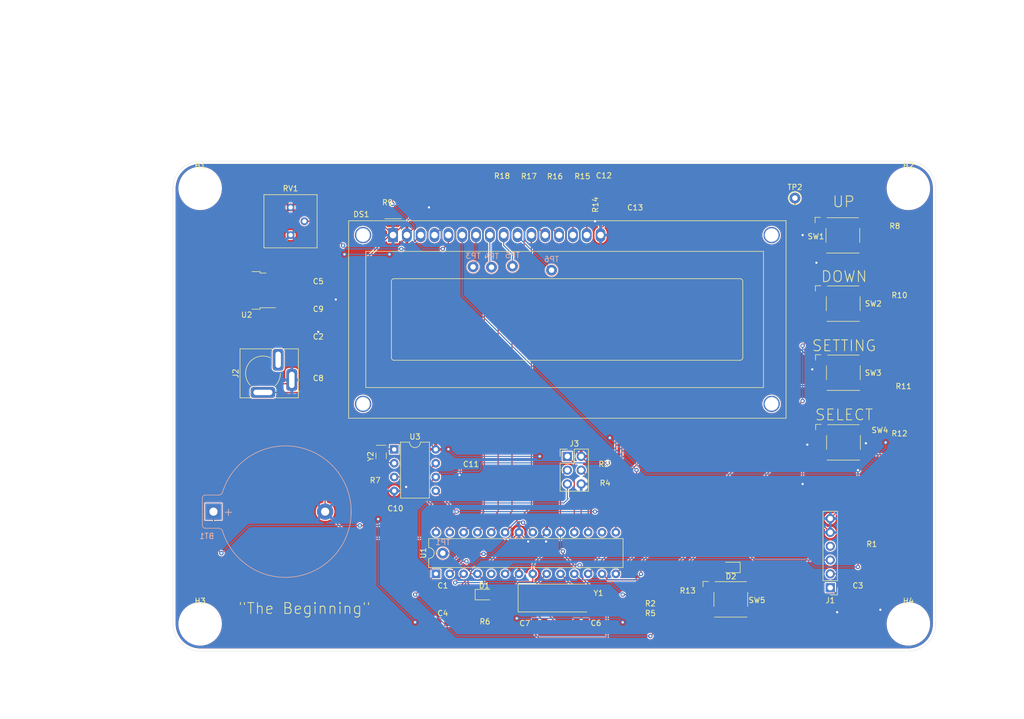
<source format=kicad_pcb>
(kicad_pcb (version 20211014) (generator pcbnew)
  (layers (0 "F.Cu" signal) (31 "B.Cu" signal) (34 "B.Paste" user) (35 "F.Paste" user) (36 "B.SilkS" user "B.Silkscreen") (37 "F.SilkS" user "F.Silkscreen") (38 "B.Mask" user) (39 "F.Mask" user) (44 "Edge.Cuts" user))
  (net 0 "")
  (net 1 "Net-(C1-Pad1)")
  (net 2 "GND")
  (net 3 "Net-(C2-Pad1)")
  (net 4 "Net-(C3-Pad1)")
  (net 5 "Net-(DS1-Pad3)")
  (net 6 "VCC")
  (net 7 "Net-(C6-Pad1)")
  (net 8 "Net-(C7-Pad1)")
  (net 9 "Net-(D1-Pad2)")
  (net 10 "Net-(DS1-Pad5)")
  (net 12 "Net-(J1-Pad3)")
  (net 13 "Net-(J1-Pad2)")
  (net 15 "MISO")
  (net 16 "Net-(DS1-Pad7)")
  (net 17 "MOSI")
  (net 18 "RESET")
  (net 19 "RXD")
  (net 20 "TXD")
  (net 21 "I2C_SCL")
  (net 22 "BTN_UP")
  (net 23 "BTN_DOWN")
  (net 24 "BTN_SETNG")
  (net 25 "BTN_SELECT")
  (net 26 "DATA_SEL")
  (net 28 "R{slash}W_SIGNAL")
  (net 29 "Net-(DS1-Pad8)")
  (net 30 "Net-(U3-Pad1)")
  (net 31 "Net-(U3-Pad2)")
  (net 32 "DATA_1")
  (net 33 "DATA_2")
  (net 34 "DATA_3")
  (net 35 "DATA_4")
  (net 36 "Net-(DS1-Pad9)")
  (net 37 "SPI_SCLK")
  (net 38 "DEBUG LED")
  (net 39 "Net-(DS1-Pad10)")
  (net 41 "Net-(DS1-Pad15)")
  (net 42 "I2C_SDA")
  (net 43 "Net-(U3-Pad3)")
  (net 44 "Net-(D2-Pad2)")
  (net 45 "Net-(U3-Pad7)")
  (footprint "footprints:MountingHole_3.2mm_M3" (layer "F.Cu") (at 215 140)
    (fp_text reference "H4")
    (fp_text value "MountingHole")
  )
  (footprint "footprints:Potentiometer_Bourns_3386P_Vertical" (layer "F.Cu") (at 101.6 68.58)
    (fp_text reference "RV1")
    (fp_text value "R_POT_10K")
  )
  (footprint "footprints:R_0805_2012Metric" (layer "F.Cu") (at 174.494173 135.548454)
    (fp_text reference "R13")
    (fp_text value "R_0805_2.2K")
  )
  (footprint "footprints:C_0805_2012Metric" (layer "F.Cu") (at 106.68 83.82)
    (fp_text reference "C9")
    (fp_text value "C_0805_10uf")
  )
  (footprint "footprints:R_0805_2012Metric" (layer "F.Cu") (at 155.157785 59.4355)
    (fp_text reference "R15")
    (fp_text value "R_0805_47")
  )
  (footprint "footprints:TestPoint_THTPad_D2.0mm_Drill1.0mm" (layer "F.Cu") (at 194.168008 61.780267)
    (fp_text reference "TP2")
    (fp_text value "TestPoint")
  )
  (footprint "footprints:C_0805_2012Metric" (layer "F.Cu") (at 129.54 134.62)
    (fp_text reference "C1")
    (fp_text value "C_0805_0.1uf")
  )
  (footprint "footprints:R_0805_2012Metric" (layer "F.Cu") (at 140.40567 59.378188)
    (fp_text reference "R18")
    (fp_text value "R_0805_47")
  )
  (footprint "footprints:SW_SPST_Omron_B3FS-100xP" (layer "F.Cu") (at 203.083587 106.658475)
    (fp_text reference "SW4")
    (fp_text value "Omron_B3F_SPST")
  )
  (footprint "footprints:TC1602A-01T" (layer "F.Cu") (at 120.4 68.58)
    (fp_text reference "DS1")
    (fp_text value "TC1602A-01T")
  )
  (footprint "footprints:C_0805_2012Metric" (layer "F.Cu") (at 205.74 134.62)
    (fp_text reference "C3")
    (fp_text value "C_0805_0.1uf")
  )
  (footprint "footprints:PinHeader_1x06_P2.54mm_Vertical" (layer "F.Cu") (at 200.66 133.35 180)
    (fp_text reference "J1")
    (fp_text value "Conn_01x06")
  )
  (footprint "footprints:PinHeader_2x03_P2.54mm_Vertical" (layer "F.Cu") (at 152.4 109.22)
    (fp_text reference "J3")
    (fp_text value "Conn_02x03_Odd_Even")
  )
  (footprint "footprints:R_0805_2012Metric" (layer "F.Cu") (at 137.259216 137.720503)
    (fp_text reference "R6")
    (fp_text value "R_0805_2.2K")
  )
  (footprint "footprints:SW_SPST_Omron_B3FS-100xP" (layer "F.Cu") (at 203.032006 81.177549)
    (fp_text reference "SW2")
    (fp_text value "Omron_B3F_SPST")
  )
  (footprint "footprints:R_0805_2012Metric" (layer "F.Cu") (at 214.111753 94.714468 180)
    (fp_text reference "R11")
    (fp_text value "R_0805_10K")
  )
  (footprint "footprints:SW_SPST_Omron_B3FS-100xP" (layer "F.Cu") (at 203.057797 93.866431)
    (fp_text reference "SW3")
    (fp_text value "Omron_B3F_SPST")
  )
  (footprint "footprints:C_0805_2012Metric" (layer "F.Cu") (at 159.160319 59.387495 180)
    (fp_text reference "C12")
    (fp_text value "C_0805_0.1uf")
  )
  (footprint "footprints:MountingHole_3.2mm_M3" (layer "F.Cu") (at 215 60)
    (fp_text reference "H2")
    (fp_text value "MountingHole")
  )
  (footprint "footprints:Wurth-694106402002" (layer "F.Cu") (at 96.52 93.98 90)
    (fp_text reference "J2")
    (fp_text value "Power_inlet_vertical" hide)
  )
  (footprint "footprints:R_0805_2012Metric" (layer "F.Cu") (at 212.51 68.58)
    (fp_text reference "R8")
    (fp_text value "R_0805_10K")
  )
  (footprint "footprints:R_0805_2012Metric" (layer "F.Cu") (at 167.64 134.62 180)
    (fp_text reference "R2")
    (fp_text value "R_0805_47")
  )
  (footprint "footprints:MountingHole_3.2mm_M3" (layer "F.Cu") (at 85 140)
    (fp_text reference "H3")
    (fp_text value "MountingHole")
  )
  (footprint "footprints:LED_0805_2012Metric" (layer "F.Cu") (at 182.43762 129.633853 180)
    (fp_text reference "D2")
    (fp_text value "LED_0805")
  )
  (footprint "footprints:R_0805_2012Metric" (layer "F.Cu") (at 145.347748 59.4355)
    (fp_text reference "R17")
    (fp_text value "R_0805_47")
  )
  (footprint "footprints:DIP-8_W7.62mm" (layer "F.Cu") (at 120.622694 107.943719)
    (fp_text reference "U3")
    (fp_text value "DS1307_DIP-8")
  )
  (footprint "footprints:R_0805_2012Metric" (layer "F.Cu") (at 155.902842 63.000308 -90)
    (fp_text reference "R14")
    (fp_text value "R_0805_47")
  )
  (footprint "footprints:C_0805_2012Metric" (layer "F.Cu") (at 154.94 139.7)
    (fp_text reference "C6")
    (fp_text value "C_0805_22pf")
  )
  (footprint "footprints:C_0805_2012Metric" (layer "F.Cu") (at 129.54 139.7)
    (fp_text reference "C4")
    (fp_text value "C_0805_0.1uf")
  )
  (footprint "footprints:MountingHole_3.2mm_M3" (layer "F.Cu") (at 85 60)
    (fp_text reference "H1")
    (fp_text value "MountingHole")
  )
  (footprint "footprints:LED_0805_2012Metric" (layer "F.Cu") (at 137.16 134.62)
    (fp_text reference "D1")
    (fp_text value "LED_0805")
  )
  (footprint "footprints:C_0805_2012Metric" (layer "F.Cu") (at 147.32 139.7)
    (fp_text reference "C7")
    (fp_text value "C_0805_22pf")
  )
  (footprint "footprints:C_0805_2012Metric" (layer "F.Cu") (at 106.68 96.52)
    (fp_text reference "C8")
    (fp_text value "C_0805_10uf")
  )
  (footprint "footprints:C_0805_2012Metric" (layer "F.Cu") (at 161.481456 63.504653)
    (fp_text reference "C13")
    (fp_text value "C_0805_10uf")
  )
  (footprint "footprints:DIP-28_W7.62mm" (layer "F.Cu") (at 128.28 130.8 90)
    (fp_text reference "U1")
    (fp_text value "ATmega328-PU")
  )
  (footprint "footprints:SW_SPST_Omron_B3FS-100xP" (layer "F.Cu") (at 182.403232 135.496873)
    (fp_text reference "SW5")
    (fp_text value "Omron_B3F_SPST")
  )
  (footprint "footprints:TO-252-2" (layer "F.Cu") (at 93.54 78.74 180)
    (fp_text reference "U2")
    (fp_text value "L7805")
  )
  (footprint "footprints:C_0805_2012Metric" (layer "F.Cu") (at 117.668858 118.695139)
    (fp_text reference "C10")
    (fp_text value "C_0805_0.1uf")
  )
  (footprint "footprints:C_0805_2012Metric" (layer "F.Cu") (at 106.68 88.9)
    (fp_text reference "C2")
    (fp_text value "C_0805_1uf")
  )
  (footprint "footprints:C_0805_2012Metric" (layer "F.Cu") (at 131.484703 110.559417)
    (fp_text reference "C11")
    (fp_text value "C_0805_1uf")
  )
  (footprint "footprints:R_0805_2012Metric" (layer "F.Cu") (at 208.28 127)
    (fp_text reference "R1")
    (fp_text value "R_0805_47")
  )
  (footprint "footprints:R_0805_2012Metric" (layer "F.Cu") (at 167.64 139.7)
    (fp_text reference "R5")
    (fp_text value "R_0805_10K")
  )
  (footprint "footprints:R_0805_2012Metric" (layer "F.Cu") (at 159.108681 112.299374)
    (fp_text reference "R3")
    (fp_text value "R_0805_4.7K")
  )
  (footprint "footprints:SW_SPST_Omron_B3FS-100xP" (layer "F.Cu") (at 202.967886 68.63158)
    (fp_text reference "SW1")
    (fp_text value "Omron_B3F_SPST")
  )
  (footprint "footprints:R_0805_2012Metric" (layer "F.Cu") (at 213.36 81.28)
    (fp_text reference "R10")
    (fp_text value "R_0805_10K")
  )
  (footprint "footprints:R_0805_2012Metric" (layer "F.Cu") (at 119.38 60.96 180)
    (fp_text reference "R9")
    (fp_text value "R_0805_47")
  )
  (footprint "footprints:R_0805_2012Metric" (layer "F.Cu") (at 150.125789 59.469887)
    (fp_text reference "R16")
    (fp_text value "R_0805_47")
  )
  (footprint "footprints:Crystal_SMD_2Pin_3.2x1.5mm" (layer "F.Cu") (at 118.213063 109.145363 -90)
    (fp_text reference locked "Y2")
    (fp_text value "Crystal_32768Hz")
  )
  (footprint "footprints:Crystal_SMD_HC49-SD" (layer "F.Cu") (at 150.06011 135.247706)
    (fp_text reference "Y1")
    (fp_text value "Crystal_16MHz")
  )
  (footprint "footprints:R_0805_2012Metric" (layer "F.Cu") (at 117.544838 115.495419)
    (fp_text reference "R7")
    (fp_text value "R_0805_10K")
  )
  (footprint "footprints:R_0805_2012Metric" (layer "F.Cu") (at 159.339034 115.782962)
    (fp_text reference "R4")
    (fp_text value "R_0805_4.7K")
  )
  (footprint "footprints:C_0805_2012Metric" (layer "F.Cu") (at 106.68 78.74)
    (fp_text reference "C5")
    (fp_text value "C_0805_0.1uf")
  )
  (footprint "footprints:R_0805_2012Metric" (layer "F.Cu") (at 213.36 106.68)
    (fp_text reference "R12")
    (fp_text value "R_0805_10K")
  )
  (footprint "footprints:TestPoint_THTPad_D2.0mm_Drill1.0mm" (layer "B.Cu") (at 129.54 127 180)
    (fp_text reference "TP1")
    (fp_text value "TestPoint")
  )
  (footprint "footprints:TestPoint_THTPad_D2.0mm_Drill1.0mm" (layer "B.Cu") (at 135.096767 74.416518 180)
    (fp_text reference "TP3")
    (fp_text value "TestPoint")
  )
  (footprint "footprints:TestPoint_THTPad_D2.0mm_Drill1.0mm" (layer "B.Cu") (at 138.474599 74.485293 180)
    (fp_text reference "TP4")
    (fp_text value "TestPoint")
  )
  (footprint "footprints:TestPoint_THTPad_D2.0mm_Drill1.0mm" (layer "B.Cu") (at 149.499645 75.027247 180)
    (fp_text reference "TP6")
    (fp_text value "TestPoint")
  )
  (footprint "footprints:TestPoint_THTPad_D2.0mm_Drill1.0mm" (layer "B.Cu") (at 142.32489 74.278969 180)
    (fp_text reference "TP5")
    (fp_text value "TestPoint")
  )
  (footprint "footprints:BatteryHolder_Keystone_106_1x20mm" (layer "B.Cu") (at 87.446314 119.379984)
    (fp_text reference "BT1")
    (fp_text value "Battery_Cell")
  )
  (gr_line locked (start 220 60) (end 220 140) (layer "Edge.Cuts") (width 0.05))
  (gr_line locked (start 80 60) (end 80 140) (layer "Edge.Cuts") (width 0.05))
  (gr_arc locked (start 80 60) (mid 81.464466 56.464466) (end 85 55) (layer "Edge.Cuts") (width 0.05))
  (gr_arc locked (start 85 145) (mid 81.464466 143.535534) (end 80 140) (layer "Edge.Cuts") (width 0.05))
  (gr_arc locked (start 220 140) (mid 218.535534 143.535534) (end 215 145) (layer "Edge.Cuts") (width 0.05))
  (gr_line locked (start 215 55) (end 85 55) (layer "Edge.Cuts") (width 0.05))
  (gr_arc locked (start 215 55) (mid 218.535534 56.464466) (end 220 60) (layer "Edge.Cuts") (width 0.05))
  (gr_line locked (start 215 145) (end 85 145) (layer "Edge.Cuts") (width 0.05))
  (gr_text "SETTING" (at 203.2 88.9) (layer "F.SilkS") (effects (font (size 2 2))))
  (gr_text "UP" (at 203.114031 62.451189) (layer "F.SilkS") (effects (font (size 2 2))))
  (gr_text "{dblquote}The Beginning{dblquote}" (at 104.14 137.16) (layer "F.SilkS") (effects (font (size 2 2))))
  (gr_text "SELECT" (at 203.2 101.6) (layer "F.SilkS") (effects (font (size 2 2))))
  (gr_text "DOWN" (at 203.2 76.2) (layer "F.SilkS") (effects (font (size 2 2))))
  (segment (start 144.272257 121.392257) (end 146.06 123.18) (width 0.2032) (layer "F.Cu") (net 1))
  (segment (start 129.510689 130.392773) (end 132.760193 127.143269) (width 0.2032) (layer "F.Cu") (net 1))
  (segment (start 132.760193 127.143269) (end 137.016731 127.143269) (width 0.2032) (layer "F.Cu") (net 1))
  (segment (start 129.510689 133.799311) (end 129.510689 130.392773) (width 0.2032) (layer "F.Cu") (net 1))
  (segment (start 128.69 134.62) (end 129.510689 133.799311) (width 0.2032) (layer "F.Cu") (net 1))
  (via (at 144.272257 121.392257) (size 0.8128) (drill 0.4064) (layers "F.Cu" "B.Cu") (net 1))
  (via (at 137.016731 127.143269) (size 0.8128) (drill 0.4064) (layers "F.Cu" "B.Cu") (net 1))
  (segment (start 144.125465 121.245465) (end 142.914535 121.245465) (width 0.2032) (layer "B.Cu") (net 1))
  (segment (start 142.084311 123.637422) (end 142.084311 122.075689) (width 0.2032) (layer "B.Cu") (net 1))
  (segment (start 142.084311 122.075689) (end 142.914535 121.245465) (width 0.2032) (layer "B.Cu") (net 1))
  (segment (start 137.016731 127.143269) (end 138.578464 127.143269) (width 0.2032) (layer "B.Cu") (net 1))
  (segment (start 138.578464 127.143269) (end 142.084311 123.637422) (width 0.2032) (layer "B.Cu") (net 1))
  (segment (start 144.272257 121.392257) (end 144.125465 121.245465) (width 0.2032) (layer "B.Cu") (net 1))
  (segment (start 207.203622 123.19) (end 200.66 123.19) (width 0.2032) (layer "F.Cu") (net 2))
  (segment (start 196.448826 106.253867) (end 198.272693 104.43) (width 0.2032) (layer "F.Cu") (net 2))
  (segment (start 146.06 129.130896) (end 150.529022 124.661874) (width 0.2032) (layer "F.Cu") (net 2))
  (segment (start 198.095689 120.625689) (end 198.095689 116.815689) (width 0.2032) (layer "F.Cu") (net 2))
  (segment (start 207.2 106.821378) (end 207.2 104.43) (width 0.2032) (layer "F.Cu") (net 2))
  (segment (start 107.936314 107.963686) (end 107.53 107.557372) (width 0.2032) (layer "F.Cu") (net 2))
  (segment (start 118.53 66.71) (end 120.112971 68.292971) (width 0.2032) (layer "F.Cu") (net 2))
  (segment (start 198.095689 120.625689) (end 198.12 120.65) (width 0.2032) (layer "F.Cu") (net 2))
  (segment (start 160.88963 58.383184) (end 162.331456 59.82501) (width 0.2032) (layer "F.Cu") (net 2))
  (segment (start 118.394838 115.620419) (end 117.175257 116.84) (width 0.2032) (layer "F.Cu") (net 2))
  (segment (start 134.62 130.518267) (end 134.62 131.1682) (width 0.2032) (layer "F.Cu") (net 2))
  (segment (start 107.53 83.82) (end 107.53 81.624152) (width 0.2032) (layer "F.Cu") (net 2))
  (segment (start 130.39 139.7) (end 130.39 134.62) (width 0.2032) (layer "F.Cu") (net 2))
  (segment (start 198.02718 137.419326) (end 198.45702 137.849166) (width 0.2032) (layer "F.Cu") (net 2))
  (segment (start 210.009311 125.995689) (end 207.203622 123.19) (width 0.2032) (layer "F.Cu") (net 2))
  (segment (start 194.869289 83.360711) (end 199.2 79.03) (width 0.2032) (layer "F.Cu") (net 2))
  (segment (start 154.94 123.481733) (end 153.961733 124.46) (width 0.2032) (layer "F.Cu") (net 2))
  (segment (start 186.403232 133.246873) (end 193.854727 133.246873) (width 0.2032) (layer "F.Cu") (net 2))
  (segment (start 125.48 63.5) (end 127 63.5) (width 0.2032) (layer "F.Cu") (net 2))
  (segment (start 107.53 81.624152) (end 105.83 79.924152) (width 0.2032) (layer "F.Cu") (net 2))
  (segment (start 198.12 120.65) (end 200.66 120.65) (width 0.2032) (layer "F.Cu") (net 2))
  (segment (start 118.53 60.96) (end 118.53 66.71) (width 0.2032) (layer "F.Cu") (net 2))
  (segment (start 146.06 130.8) (end 146.06 129.130896) (width 0.2032) (layer "F.Cu") (net 2))
  (segment (start 209.856382 137.402132) (end 210.009311 137.249203) (width 0.2032) (layer "F.Cu") (net 2))
  (segment (start 207.2 91.73) (end 199.2 91.73) (width 0.2032) (layer "F.Cu") (net 2))
  (segment (start 107.936314 119.379984) (end 107.936314 107.963686) (width 0.2032) (layer "F.Cu") (net 2))
  (segment (start 143.208845 136.888074) (end 143.208845 132.581359) (width 0.2032) (layer "F.Cu") (net 2))
  (segment (start 101.82 95.18) (end 101.113952 95.886048) (width 0.2032) (layer "F.Cu") (net 2))
  (segment (start 131.1682 134.62) (end 130.39 134.62) (width 0.2032) (layer "F.Cu") (net 2))
  (segment (start 158.5 67.06) (end 158.901109 67.06) (width 0.2032) (layer "F.Cu") (net 2))
  (segment (start 199.2 104.43) (end 198.272693 104.43) (width 0.2032) (layer "F.Cu") (net 2))
  (segment (start 195.58 114.3) (end 195.58 107.949494) (width 0.2032) (layer "F.Cu") (net 2))
  (segment (start 162.331456 63.629653) (end 162.331456 63.504653) (width 0.2032) (layer "F.Cu") (net 2))
  (segment (start 210.009311 137.249203) (end 210.009311 125.995689) (width 0.2032) (layer "F.Cu") (net 2))
  (segment (start 155.79 141.516205) (end 155.79 139.7) (width 0.2032) (layer "F.Cu") (net 2))
  (segment (start 158.5 67.06) (end 158.5 68.58) (width 0.2032) (layer "F.Cu") (net 2))
  (segment (start 107.53 88.9) (end 107.53 96.52) (width 0.2032) (layer "F.Cu") (net 2))
  (segment (start 143.208845 132.581359) (end 143.502818 132.287386) (width 0.2032) (layer "F.Cu") (net 2))
  (segment (start 117.175257 116.84) (end 110.476298 116.84) (width 0.2032) (layer "F.Cu") (net 2))
  (segment (start 145.920752 132.338831) (end 146.06 132.199583) (width 0.2032) (layer "F.Cu") (net 2))
  (segment (start 137.004311 129.695689) (end 135.442578 129.695689) (width 0.2032) (layer "F.Cu") (net 2))
  (segment (start 118.490375 116.84) (end 118.394838 116.744463) (width 0.2032) (layer "F.Cu") (net 2))
  (segment (start 197.83 66.33) (end 198.982009 66.33) (width 0.2032) (layer "F.Cu") (net 2))
  (segment (start 159.18963 58.383184) (end 160.88963 58.383184) (width 0.2032) (layer "F.Cu") (net 2))
  (segment (start 109.889138 80.422533) (end 109.889138 78.516805) (width 0.2032) (layer "F.Cu") (net 2))
  (segment (start 145.483074 136.888074) (end 143.208845 136.888074) (width 0.2032) (layer "F.Cu") (net 2))
  (segment (start 120.622694 115.563719) (end 122.086582 115.563719) (width 0.2032) (layer "F.Cu") (net 2))
  (segment (start 155.765998 141.540207) (end 155.79 141.516205) (width 0.2032) (layer "F.Cu") (net 2))
  (segment (start 107.53 107.557372) (end 107.53 96.52) (width 0.2032) (layer "F.Cu") (net 2))
  (segment (start 199.2 79.03) (end 207.2 79.03) (width 0.2032) (layer "F.Cu") (net 2))
  (segment (start 106.68 87.925) (end 106.68 86.36) (width 0.2032) (layer "F.Cu") (net 2))
  (segment (start 118.394838 116.744463) (end 118.394838 115.495419) (width 0.2032) (layer "F.Cu") (net 2))
  (segment (start 148.495092 124.865818) (end 150.325078 124.865818) (width 0.2032) (layer "F.Cu") (net 2))
  (segment (start 122.086582 115.563719) (end 122.810735 114.839566) (width 0.2032) (layer "F.Cu") (net 2))
  (segment (start 195.58 107.949494) (end 196.448826 107.080668) (width 0.2032) (layer "F.Cu") (net 2))
  (segment (start 95.730003 95.886048) (end 91.44 91.596045) (width 0.2032) (layer "F.Cu") (net 2))
  (segment (start 150.325078 124.865818) (end 150.529022 124.661874) (width 0.2032) (layer "F.Cu") (net 2))
  (segment (start 146.06 132.199583) (end 146.06 130.8) (width 0.2032) (layer "F.Cu") (net 2))
  (segment (start 199.2 91.73) (end 197.404902 91.73) (width 0.2032) (layer "F.Cu") (net 2))
  (segment (start 134.1641 131.6241) (end 131.1682 134.62) (width 0.2032) (layer "F.Cu") (net 2))
  (segment (start 145.869307 132.287386) (end 145.920752 132.338831) (width 0.2032) (layer "F.Cu") (net 2))
  (segment (start 107.53 88.775) (end 106.68 87.925) (width 0.2032) (layer "F.Cu") (net 2))
  (segment (start 107.53 83.82) (end 107.53 82.781671) (width 0.2032) (layer "F.Cu") (net 2))
  (segment (start 158.901109 67.06) (end 162.331456 63.629653) (width 0.2032) (layer "F.Cu") (net 2))
  (segment (start 105.83 79.924152) (end 105.83 78.74) (width 0.2032) (layer "F.Cu") (net 2))
  (segment (start 179.7621 133.246873) (end 183.37512 129.633853) (width 0.2032) (layer "F.Cu") (net 2))
  (segment (start 91.44 78.74) (end 91.44 91.9) (width 0.5) (layer "F.Cu") (net 2))
  (segment (start 145.205818 124.865818) (end 143.52 123.18) (width 0.2032) (layer "F.Cu") (net 2))
  (segment (start 132.599629 112.66935) (end 132.740623 112.528356) (width 0.2032) (layer "F.Cu") (net 2))
  (segment (start 196.448826 106.253867) (end 196.448826 107.080668) (width 0.2032) (layer "F.Cu") (net 2))
  (segment (start 186.403232 132.661965) (end 183.37512 129.633853) (width 0.2032) (layer "F.Cu") (net 2))
  (segment (start 162.331456 59.82501) (end 162.331456 63.504653) (width 0.2032) (layer "F.Cu") (net 2))
  (segment (start 198.45702 137.849166) (end 201.930129 137.849166) (width 0.2032) (layer "F.Cu") (net 2))
  (segment (start 199.2 74.74) (end 198.12 73.66) (width 0.2032) (layer "F.Cu") (net 2))
  (segment (start 195.58 114.3) (end 198.095689 116.815689) (width 0.2032) (layer "F.Cu") (net 2))
  (segment (start 135.442578 129.695689) (end 134.62 130.518267) (width 0.2032) (layer "F.Cu") (net 2))
  (segment (start 134.1641 132.5616) (end 134.1641 131.6241) (width 0.2032) (layer "F.Cu") (net 2))
  (segment (start 148.17 140.477775) (end 149.232432 141.540207) (width 0.2032) (layer "F.Cu") (net 2))
  (segment (start 116.818858 118.511517) (end 118.490375 116.84) (width 0.2032) (layer "F.Cu") (net 2))
  (segment (start 198.982009 66.33) (end 206.982009 66.33) (width 0.2032) (layer "F.Cu") (net 2))
  (segment (start 199.2 79.03) (end 199.2 74.74) (width 0.2032) (layer "F.Cu") (net 2))
  (segment (start 200.66 123.19) (end 198.095689 120.625689) (width 0.2032) (layer "F.Cu") (net 2))
  (segment (start 101.6 68.58) (end 91.44 78.74) (width 0.2032) (layer "F.Cu") (net 2))
  (segment (start 193.854727 133.246873) (end 198.02718 137.419326) (width 0.2032) (layer "F.Cu") (net 2))
  (segment (start 150.529022 124.661874) (end 150.730896 124.46) (width 0.2032) (layer "F.Cu") (net 2))
  (segment (start 132.740623 110.516279) (end 132.502841 110.278497) (width 0.2032) (layer "F.Cu") (net 2))
  (segment (start 153.961733 124.46) (end 150.730896 124.46) (width 0.2032) (layer "F.Cu") (net 2))
  (segment (start 107.936314 119.379984) (end 112.840641 124.284311) (width 0.2032) (layer "F.Cu") (net 2))
  (segment (start 118.394838 115.495419) (end 120.575419 115.495419) (width 0.2032) (layer "F.Cu") (net 2))
  (segment (start 195.58 68.58) (end 197.83 66.33) (width 0.2032) (layer "F.Cu") (net 2))
  (segment (start 149.232432 141.540207) (end 155.765998 141.540207) (width 0.2032) (layer "F.Cu") (net 2))
  (segment (start 109.889138 78.516805) (end 120.112972 68.292971) (width 0.2032) (layer "F.Cu") (net 2))
  (segment (start 143.52 123.18) (end 137.004311 129.695689) (width 0.2032) (layer "F.Cu") (net 2))
  (segment (start 148.17 139.7) (end 148.17 140.477775) (width 0.2032) (layer "F.Cu") (net 2))
  (segment (start 197.404902 91.73) (end 194.869289 89.194387) (width 0.2032) (layer "F.Cu") (net 2))
  (segment (start 194.869289 89.194387) (end 194.869289 83.360711) (width 0.2032) (layer "F.Cu") (net 2))
  (segment (start 157.48 66.04) (end 158.5 67.06) (width 0.2032) (layer "F.Cu") (net 2))
  (segment (start 197.36382 93.245531) (end 198.879351 91.73) (width 0.2032) (layer "F.Cu") (net 2))
  (segment (start 205.74 111.76) (end 205.74 115.57) (width 0.2032) (layer "F.Cu") (net 2))
  (segment (start 136.2225 134.62) (end 134.1641 132.5616) (width 0.2032) (layer "F.Cu") (net 2))
  (segment (start 110.476298 116.84) (end 107.936314 119.379984) (width 0.2032) (layer "F.Cu") (net 2))
  (segment (start 205.74 115.57) (end 200.66 120.65) (width 0.2032) (layer "F.Cu") (net 2))
  (segment (start 158.310319 59.387495) (end 158.310319 59.262495) (width 0.2032) (layer "F.Cu") (net 2))
  (segment (start 132.502841 110.278497) (end 132.334703 110.278497) (width 0.2032) (layer "F.Cu") (net 2))
  (segment (start 134.62 131.1682) (end 134.1641 131.6241) (width 0.2032) (layer "F.Cu") (net 2))
  (segment (start 186.403232 133.246873) (end 186.403232 132.661965) (width 0.2032) (layer "F.Cu") (net 2))
  (segment (start 154.94 114.3) (end 154.94 123.481733) (width 0.2032) (layer "F.Cu") (net 2))
  (segment (start 132.740623 112.528356) (end 132.740623 110.516279) (width 0.2032) (layer "F.Cu") (net 2))
  (segment (start 178.403232 133.246873) (end 179.7621 133.246873) (width 0.2032) (layer "F.Cu") (net 2))
  (segment (start 142.415689 124.284311) (end 143.52 123.18) (width 0.2032) (layer "F.Cu") (net 2))
  (segment (start 112.840641 124.284311) (end 142.415689 124.284311) (width 0.2032) (layer "F.Cu") (net 2))
  (segment (start 158.310319 59.262495) (end 159.18963 58.383184) (width 0.2032) (layer "F.Cu") (net 2))
  (segment (start 120.4 68.58) (end 125.48 63.5) (width 0.2032) (layer "F.Cu") (net 2))
  (segment (start 143.502818 132.287386) (end 145.869307 132.287386) (width 0.2032) (layer "F.Cu") (net 2))
  (segment (start 148.17 139.575) (end 145.483074 136.888074) (width 0.2032) (layer "F.Cu") (net 2))
  (segment (start 101.113952 95.886048) (end 95.730003 95.886048) (width 0.2032) (layer "F.Cu") (net 2))
  (segment (start 107.53 82.781671) (end 109.889138 80.422533) (width 0.2032) (layer "F.Cu") (net 2))
  (via (at 195.58 114.3) (size 0.8128) (drill 0.4064) (layers "F.Cu" "B.Cu") (net 2))
  (via (at 198.12 73.66) (size 0.8128) (drill 0.4064) (layers "F.Cu" "B.Cu") (net 2))
  (via (at 132.599629 112.66935) (size 0.8128) (drill 0.4064) (layers "F.Cu" "B.Cu") (net 2))
  (via (at 109.889138 80.422533) (size 0.8128) (drill 0.4064) (layers "F.Cu" "B.Cu") (net 2))
  (via (at 145.205818 124.865818) (size 0.8128) (drill 0.4064) (layers "F.Cu" "B.Cu") (net 2))
  (via (at 195.58 68.58) (size 0.8128) (drill 0.4064) (layers "F.Cu" "B.Cu") (net 2))
  (via (at 127 63.5) (size 0.8128) (drill 0.4064) (layers "F.Cu" "B.Cu") (net 2))
  (via (at 196.448826 107.080668) (size 0.8128) (drill 0.4064) (layers "F.Cu" "B.Cu") (net 2))
  (via (at 122.810735 114.839566) (size 0.8128) (drill 0.4064) (layers "F.Cu" "B.Cu") (net 2))
  (via (at 157.48 66.04) (size 0.8128) (drill 0.4064) (layers "F.Cu" "B.Cu") (net 2))
  (via (at 106.68 86.36) (size 0.8128) (drill 0.4064) (layers "F.Cu" "B.Cu") (net 2))
  (via (at 201.930129 137.849166) (size 0.8128) (drill 0.4064) (layers "F.Cu" "B.Cu") (net 2))
  (via (at 207.2 106.821378) (size 0.8128) (drill 0.4064) (layers "F.Cu" "B.Cu") (net 2))
  (via (at 205.74 111.76) (size 0.8128) (drill 0.4064) (layers "F.Cu" "B.Cu") (net 2))
  (via (at 148.495092 124.865818) (size 0.8128) (drill 0.4064) (layers "F.Cu" "B.Cu") (net 2))
  (via (at 209.856382 137.402132) (size 0.8128) (drill 0.4064) (layers "F.Cu" "B.Cu") (net 2))
  (via (at 197.36382 93.245531) (size 0.8128) (drill 0.4064) (layers "F.Cu" "B.Cu") (net 2))
  (segment (start 201.930129 137.849166) (end 209.409348 137.849166) (width 0.2032) (layer "B.Cu") (net 2))
  (segment (start 154.94 114.3) (end 195.58 114.3) (width 0.2032) (layer "B.Cu") (net 2))
  (segment (start 198.12 73.66) (end 195.58 71.12) (width 0.2032) (layer "B.Cu") (net 2))
  (segment (start 123.522271 114.12803) (end 131.140949 114.12803) (width 0.2032) (layer "B.Cu") (net 2))
  (segment (start 106.68 86.36) (end 108.030556 86.36) (width 0.2032) (layer "B.Cu") (net 2))
  (segment (start 205.74 108.281378) (end 205.74 111.76) (width 0.2032) (layer "B.Cu") (net 2))
  (segment (start 127 63.5) (end 127.583165 63.5) (width 0.2032) (layer "B.Cu") (net 2))
  (segment (start 127.583165 63.5) (end 130.123165 66.04) (width 0.2032) (layer "B.Cu") (net 2))
  (segment (start 108.030556 86.36) (end 109.889138 84.501418) (width 0.2032) (layer "B.Cu") (net 2))
  (segment (start 130.123165 66.04) (end 132.08 66.04) (width 0.2032) (layer "B.Cu") (net 2))
  (segment (start 122.810735 114.839566) (end 123.522271 114.12803) (width 0.2032) (layer "B.Cu") (net 2))
  (segment (start 131.140949 114.12803) (end 132.599629 112.66935) (width 0.2032) (layer "B.Cu") (net 2))
  (segment (start 196.448826 107.080668) (end 197.36382 106.165674) (width 0.2032) (layer "B.Cu") (net 2))
  (segment (start 195.58 71.12) (end 195.58 68.58) (width 0.2032) (layer "B.Cu") (net 2))
  (segment (start 207.2 106.821378) (end 205.74 108.281378) (width 0.2032) (layer "B.Cu") (net 2))
  (segment (start 209.409348 137.849166) (end 209.856382 137.402132) (width 0.2032) (layer "B.Cu") (net 2))
  (segment (start 109.889138 84.501418) (end 109.889138 80.422533) (width 0.2032) (layer "B.Cu") (net 2))
  (segment (start 132.08 66.04) (end 157.48 66.04) (width 0.2032) (layer "B.Cu") (net 2))
  (segment (start 145.205818 124.865818) (end 148.495092 124.865818) (width 0.2032) (layer "B.Cu") (net 2))
  (segment (start 197.36382 106.165674) (end 197.36382 93.245531) (width 0.2032) (layer "B.Cu") (net 2))
  (segment (start 97.95 81.02) (end 105.83 88.9) (width 0.2032) (layer "F.Cu") (net 3))
  (segment (start 96.52432 97.48432) (end 104.86568 97.48432) (width 0.2032) (layer "F.Cu") (net 3))
  (segment (start 105.83 96.52) (end 105.83 88.9) (width 0.2032) (layer "F.Cu") (net 3))
  (segment (start 104.86568 97.48432) (end 105.83 96.52) (width 0.2032) (layer "F.Cu") (net 3))
  (segment (start 96.52 97.48) (end 96.52432 97.48432) (width 0.2032) (layer "F.Cu") (net 3))
  (segment (start 204.89 134.62) (end 201.93 134.62) (width 0.2032) (layer "F.Cu") (net 4))
  (segment (start 201.93 134.62) (end 200.66 133.35) (width 0.2032) (layer "F.Cu") (net 4))
  (segment (start 121.92 71.12) (end 122.94 71.12) (width 0.2032) (layer "F.Cu") (net 5))
  (segment (start 106.787815 66.04) (end 111.240959 70.493144) (width 0.2032) (layer "F.Cu") (net 5))
  (segment (start 104.14 66.04) (end 106.787815 66.04) (width 0.2032) (layer "F.Cu") (net 5))
  (segment (start 122.94 71.12) (end 125.48 68.58) (width 0.2032) (layer "F.Cu") (net 5))
  (via (at 121.92 71.12) (size 0.8128) (drill 0.4064) (layers "F.Cu" "B.Cu") (net 5))
  (via (at 111.240959 70.493144) (size 0.8128) (drill 0.4064) (layers "F.Cu" "B.Cu") (net 5))
  (segment (start 111.867815 71.12) (end 121.92 71.12) (width 0.2032) (layer "B.Cu") (net 5))
  (segment (start 111.240959 70.493144) (end 111.867815 71.12) (width 0.2032) (layer "B.Cu") (net 5))
  (segment (start 139.55567 58.705726) (end 140.698089 57.563307) (width 0.2032) (layer "F.Cu") (net 6))
  (segment (start 144.497748 59.251878) (end 144.497748 59.4355) (width 0.2032) (layer "F.Cu") (net 6))
  (segment (start 160.010319 59.387495) (end 160.010319 62.883516) (width 0.2032) (layer "F.Cu") (net 6))
  (segment (start 105.30935 76.46) (end 104.419866 76.46) (width 0.2032) (layer "F.Cu") (net 6))
  (segment (start 128.69 140.609365) (end 129.245793 141.165158) (width 0.2032) (layer "F.Cu") (net 6))
  (segment (start 122.94 68.58) (end 132.141812 59.378188) (width 0.2032) (layer "F.Cu") (net 6))
  (segment (start 97.74 76.46) (end 104.419866 76.46) (width 0.2032) (layer "F.Cu") (net 6))
  (segment (start 107.53 78.74) (end 107.53 78.68065) (width 0.2032) (layer "F.Cu") (net 6))
  (segment (start 129.245793 141.165158) (end 138.704397 141.165158) (width 0.2032) (layer "F.Cu") (net 6))
  (segment (start 143.52 130.8) (end 143.52 128.26) (width 0.2032) (layer "F.Cu") (net 6))
  (segment (start 132.141812 59.378188) (end 139.55567 59.378188) (width 0.2032) (layer "F.Cu") (net 6))
  (segment (start 142.524217 137.345338) (end 142.524217 131.795783) (width 0.2032) (layer "F.Cu") (net 6))
  (segment (start 213.330689 80.275689) (end 212.51 81.096378) (width 0.2032) (layer "F.Cu") (net 6))
  (segment (start 124.46 139.7) (end 128.69 139.7) (width 0.2032) (layer "F.Cu") (net 6))
  (segment (start 139.55567 59.378188) (end 139.55567 58.705726) (width 0.2032) (layer "F.Cu") (net 6))
  (segment (start 147.32 109.262362) (end 148.591565 110.533927) (width 0.2032) (layer "F.Cu") (net 6))
  (segment (start 162.56 139.7) (end 166.79 139.7) (width 0.2032) (layer "F.Cu") (net 6))
  (segment (start 160.010319 62.883516) (end 160.631456 63.504653) (width 0.2032) (layer "F.Cu") (net 6))
  (segment (start 142.524217 131.795783) (end 143.52 130.8) (width 0.2032) (layer "F.Cu") (net 6))
  (segment (start 158.489034 115.782962) (end 158.489034 112.529727) (width 0.2032) (layer "F.Cu") (net 6))
  (segment (start 118.518858 118.820139) (end 117.677145 119.661852) (width 0.2032) (layer "F.Cu") (net 6))
  (segment (start 122.53408 68.411863) (end 122.652972 68.292971) (width 0.2032) (layer "F.Cu") (net 6))
  (segment (start 150.1551 58.465576) (end 149.275789 59.344887) (width 0.2032) (layer "F.Cu") (net 6))
  (segment (start 119.752746 72.114231) (end 122.53408 69.332897) (width 0.2032) (layer "F.Cu") (net 6))
  (segment (start 212.51 106.555) (end 215.089311 103.975689) (width 0.2032) (layer "F.Cu") (net 6))
  (segment (start 142.625555 57.563307) (end 144.497748 59.4355) (width 0.2032) (layer "F.Cu") (net 6))
  (segment (start 145.318437 58.431189) (end 144.497748 59.251878) (width 0.2032) (layer "F.Cu") (net 6))
  (segment (start 142.474778 137.394778) (end 143.116745 138.036745) (width 0.2032) (layer "F.Cu") (net 6))
  (segment (start 105.1 83.82) (end 105.83 83.82) (width 0.2032) (layer "F.Cu") (net 6))
  (segment (start 148.6 123.18) (end 148.6 110.711378) (width 0.2032) (layer "F.Cu") (net 6))
  (segment (start 153.337861 58.465576) (end 150.1551 58.465576) (width 0.2032) (layer "F.Cu") (net 6))
  (segment (start 122.53408 69.332897) (end 122.53408 68.411863) (width 0.2032) (layer "F.Cu") (net 6))
  (segment (start 128.69 139.7) (end 128.69 140.609365) (width 0.2032) (layer "F.Cu") (net 6))
  (segment (start 156.007785 62.045365) (end 155.902842 62.150308) (width 0.2032) (layer "F.Cu") (net 6))
  (segment (start 118.518858 118.695139) (end 118.518858 118.820139) (width 0.2032) (layer "F.Cu") (net 6))
  (segment (start 158.258681 107.771845) (end 160.203398 105.827128) (width 0.2032) (layer "F.Cu") (net 6))
  (segment (start 125.966378 104.14) (end 105.83 84.003622) (width 0.2032) (layer "F.Cu") (net 6))
  (segment (start 138.704397 141.165158) (end 142.474778 137.394778) (width 0.2032) (layer "F.Cu") (net 6))
  (segment (start 97.74 76.46) (end 105.1 83.82) (width 0.2032) (layer "F.Cu") (net 6))
  (segment (start 107.53 78.68065) (end 105.30935 76.46) (width 0.2032) (layer "F.Cu") (net 6))
  (segment (start 153.785689 108.065689) (end 154.94 109.22) (width 0.2032) (layer "F.Cu") (net 6))
  (segment (start 210.82 106.68) (end 212.51 106.68) (width 0.2032) (layer "F.Cu") (net 6))
  (segment (start 126.15 104.14) (end 125.966378 104.14) (width 0.2032) (layer "F.Cu") (net 6))
  (segment (start 149.275789 59.469887) (end 148.237091 58.431189) (width 0.2032) (layer "F.Cu") (net 6))
  (segment (start 151.245689 108.065689) (end 153.785689 108.065689) (width 0.2032) (layer "F.Cu") (net 6))
  (segment (start 215.089311 103.975689) (end 215.089311 80.275689) (width 0.2032) (layer "F.Cu") (net 6))
  (segment (start 104.419866 76.46) (end 108.765635 72.114231) (width 0.2032) (layer "F.Cu") (net 6))
  (segment (start 147.32 109.22) (end 147.32 109.262362) (width 0.2032) (layer "F.Cu") (net 6))
  (segment (start 128.28 107.96) (end 130.517515 107.96) (width 0.2032) (layer "F.Cu") (net 6))
  (segment (start 212.51 81.28) (end 212.51 69.43) (width 0.2032) (layer "F.Cu") (net 6))
  (segment (start 158.019374 112.299374) (end 154.94 109.22) (width 0.2032) (layer "F.Cu") (net 6))
  (segment (start 212.51 69.43) (end 211.66 68.58) (width 0.2032) (layer "F.Cu") (net 6))
  (segment (start 108.765635 72.114231) (end 111.484736 72.114231) (width 0.2032) (layer "F.Cu") (net 6))
  (segment (start 142.474778 137.394778) (end 142.524217 137.345338) (width 0.2032) (layer "F.Cu") (net 6))
  (segment (start 126.15 105.83) (end 126.15 104.14) (width 0.2032) (layer "F.Cu") (net 6))
  (segment (start 143.52 128.26) (end 148.6 123.18) (width 0.2032) (layer "F.Cu") (net 6))
  (segment (start 149.275789 59.344887) (end 149.275789 59.469887) (width 0.2032) (layer "F.Cu") (net 6))
  (segment (start 154.307785 59.4355) (end 153.337861 58.465576) (width 0.2032) (layer "F.Cu") (net 6))
  (segment (start 148.6 110.711378) (end 151.245689 108.065689) (width 0.2032) (layer "F.Cu") (net 6))
  (segment (start 143.116745 138.036745) (end 143.116745 138.97552) (width 0.2032) (layer "F.Cu") (net 6))
  (segment (start 130.517515 107.96) (end 130.567303 107.910212) (width 0.2032) (layer "F.Cu") (net 6))
  (segment (start 148.237091 58.431189) (end 145.318437 58.431189) (width 0.2032) (layer "F.Cu") (net 6))
  (segment (start 215.089311 80.275689) (end 213.330689 80.275689) (width 0.2032) (layer "F.Cu") (net 6))
  (segment (start 140.698089 57.563307) (end 142.625555 57.563307) (width 0.2032) (layer "F.Cu") (net 6))
  (segment (start 158.258681 112.299374) (end 158.258681 107.771845) (width 0.2032) (layer "F.Cu") (net 6))
  (segment (start 128.28 107.96) (end 126.15 105.83) (width 0.2032) (layer "F.Cu") (net 6))
  (segment (start 117.677145 119.661852) (end 117.677145 120.74868) (width 0.2032) (layer "F.Cu") (net 6))
  (via (at 111.484736 72.114231) (size 0.8128) (drill 0.4064) (layers "F.Cu" "B.Cu") (net 6))
  (via (at 210.82 106.68) (size 0.8128) (drill 0.4064) (layers "F.Cu" "B.Cu") (net 6))
  (via (at 130.567303 107.910212) (size 0.8128) (drill 0.4064) (layers "F.Cu" "B.Cu") (net 6))
  (via (at 124.46 139.7) (size 0.8128) (drill 0.4064) (layers "F.Cu" "B.Cu") (net 6))
  (via (at 147.32 109.22) (size 0.8128) (drill 0.4064) (layers "F.Cu" "B.Cu") (net 6))
  (via (at 143.116745 138.97552) (size 0.8128) (drill 0.4064) (layers "F.Cu" "B.Cu") (net 6))
  (via (at 160.203398 105.827128) (size 0.8128) (drill 0.4064) (layers "F.Cu" "B.Cu") (net 6))
  (via (at 162.56 139.7) (size 0.8128) (drill 0.4064) (layers "F.Cu" "B.Cu") (net 6))
  (via (at 117.677145 120.74868) (size 0.8128) (drill 0.4064) (layers "F.Cu" "B.Cu") (net 6))
  (via (at 119.752746 72.114231) (size 0.8128) (drill 0.4064) (layers "F.Cu" "B.Cu") (net 6))
  (segment (start 166.846981 112.470711) (end 206.034387 112.470711) (width 0.2032) (layer "B.Cu") (net 6))
  (segment (start 206.034387 112.470711) (end 210.82 107.685098) (width 0.2032) (layer "B.Cu") (net 6))
  (segment (start 161.83552 138.97552) (end 162.56 139.7) (width 0.2032) (layer "B.Cu") (net 6))
  (segment (start 143.116745 138.97552) (end 161.83552 138.97552) (width 0.2032) (layer "B.Cu") (net 6))
  (segment (start 117.677145 120.74868) (end 117.677145 132.917145) (width 0.2032) (layer "B.Cu") (net 6))
  (segment (start 210.82 107.685098) (end 210.82 106.68) (width 0.2032) (layer "B.Cu") (net 6))
  (segment (start 111.484736 72.114231) (end 119.752746 72.114231) (width 0.2032) (layer "B.Cu") (net 6))
  (segment (start 117.677145 132.917145) (end 124.46 139.7) (width 0.2032) (layer "B.Cu") (net 6))
  (segment (start 160.203398 105.827128) (end 166.846981 112.470711) (width 0.2032) (layer "B.Cu") (net 6))
  (segment (start 130.567303 107.910212) (end 131.877091 109.22) (width 0.2032) (layer "B.Cu") (net 6))
  (segment (start 131.877091 109.22) (end 147.32 109.22) (width 0.2032) (layer "B.Cu") (net 6))
  (segment (start 150.262404 139.7) (end 145.81011 135.247706) (width 0.2032) (layer "F.Cu") (net 7))
  (segment (start 148.6 130.8) (end 145.81011 133.58989) (width 0.2032) (layer "F.Cu") (net 7))
  (segment (start 154.09 139.7) (end 150.262404 139.7) (width 0.2032) (layer "F.Cu") (net 7))
  (segment (start 145.81011 133.58989) (end 145.81011 135.247706) (width 0.2032) (layer "F.Cu") (net 7))
  (segment (start 159.697896 142.561766) (end 159.697896 137.358431) (width 0.2032) (layer "F.Cu") (net 8))
  (segment (start 152.4 132.06) (end 152.4 132.08) (width 0.2032) (layer "F.Cu") (net 8))
  (segment (start 157.587171 135.247706) (end 154.31011 135.247706) (width 0.2032) (layer "F.Cu") (net 8))
  (segment (start 159.697896 137.358431) (end 157.587171 135.247706) (width 0.2032) (layer "F.Cu") (net 8))
  (segment (start 146.47 139.7) (end 146.47 141.886547) (width 0.2032) (layer "F.Cu") (net 8))
  (segment (start 146.47 141.886547) (end 147.145219 142.561766) (width 0.2032) (layer "F.Cu") (net 8))
  (segment (start 147.145219 142.561766) (end 159.697896 142.561766) (width 0.2032) (layer "F.Cu") (net 8))
  (segment (start 152.4 132.08) (end 154.31011 133.99011) (width 0.2032) (layer "F.Cu") (net 8))
  (segment (start 154.31011 133.99011) (end 154.31011 135.247706) (width 0.2032) (layer "F.Cu") (net 8))
  (segment (start 151.14 130.8) (end 152.4 132.06) (width 0.2032) (layer "F.Cu") (net 8))
  (segment (start 138.109216 135.569216) (end 138.0975 135.5575) (width 0.2032) (layer "F.Cu") (net 9))
  (segment (start 138.109216 137.720503) (end 138.109216 135.569216) (width 0.2032) (layer "F.Cu") (net 9))
  (segment (start 138.0975 135.5575) (end 138.0975 134.62) (width 0.2032) (layer "F.Cu") (net 9))
  (segment (start 129.54 71.12) (end 130.56 70.1) (width 0.2032) (layer "F.Cu") (net 10))
  (segment (start 120.283099 61.013099) (end 120.23 60.96) (width 0.2032) (layer "F.Cu") (net 10))
  (segment (start 130.56 70.1) (end 130.56 68.58) (width 0.2032) (layer "F.Cu") (net 10))
  (segment (start 120.283099 62.833371) (end 120.283099 61.013099) (width 0.2032) (layer "F.Cu") (net 10))
  (via (at 120.283099 62.833371) (size 0.8128) (drill 0.4064) (layers "F.Cu" "B.Cu") (net 10))
  (via (at 129.54 71.12) (size 0.8128) (drill 0.4064) (layers "F.Cu" "B.Cu") (net 10))
  (segment (start 124.27568 69.478845) (end 125.916835 71.12) (width 0.2032) (layer "B.Cu") (net 10))
  (segment (start 125.916835 71.12) (end 129.54 71.12) (width 0.2032) (layer "B.Cu") (net 10))
  (segment (start 124.27568 66.825952) (end 124.27568 69.478845) (width 0.2032) (layer "B.Cu") (net 10))
  (segment (start 120.283099 62.833371) (end 124.27568 66.825952) (width 0.2032) (layer "B.Cu") (net 10))
  (segment (start 175.969296 127.38208) (end 185.852583 127.38208) (width 0.2032) (layer "F.Cu") (net 12))
  (segment (start 186.740503 128.27) (end 200.66 128.27) (width 0.2032) (layer "F.Cu") (net 12))
  (segment (start 185.852583 127.38208) (end 186.740503 128.27) (width 0.2032) (layer "F.Cu") (net 12))
  (segment (start 168.731376 134.62) (end 175.969296 127.38208) (width 0.2032) (layer "F.Cu") (net 12))
  (segment (start 209.13 127.942437) (end 209.13 127) (width 0.2032) (layer "F.Cu") (net 13))
  (segment (start 200.66 130.81) (end 206.262437 130.81) (width 0.2032) (layer "F.Cu") (net 13))
  (segment (start 206.262437 130.81) (end 209.13 127.942437) (width 0.2032) (layer "F.Cu") (net 13))
  (segment (start 153.68 110.5) (end 152.4 109.22) (width 0.2032) (layer "F.Cu") (net 15))
  (segment (start 153.68 123.18) (end 153.68 110.5) (width 0.2032) (layer "F.Cu") (net 15))
  (segment (start 135.64 68.58) (end 135.64 73.873285) (width 0.2032) (layer "B.Cu") (net 16))
  (segment (start 135.64 73.873285) (end 135.096767 74.416518) (width 0.2032) (layer "B.Cu") (net 16))
  (segment (start 156.22 113.04) (end 154.94 111.76) (width 0.2032) (layer "F.Cu") (net 17))
  (segment (start 156.22 123.18) (end 156.22 113.04) (width 0.2032) (layer "F.Cu") (net 17))
  (segment (start 168.49 139.7) (end 176.450105 139.7) (width 0.2032) (layer "F.Cu") (net 18))
  (segment (start 167.64 142.24) (end 168.49 141.39) (width 0.2032) (layer "F.Cu") (net 18))
  (segment (start 168.49 139.7) (end 201.693622 139.7) (width 0.2032) (layer "F.Cu") (net 18))
  (segment (start 201.693622 139.7) (end 206.59 134.803622) (width 0.2032) (layer "F.Cu") (net 18))
  (segment (start 128.28 130.8) (end 124.46 134.62) (width 0.2032) (layer "F.Cu") (net 18))
  (segment (start 186.403232 137.746873) (end 178.403232 137.746873) (width 0.2032) (layer "F.Cu") (net 18))
  (segment (start 168.49 141.39) (end 168.49 139.7) (width 0.2032) (layer "F.Cu") (net 18))
  (segment (start 176.450105 139.7) (end 178.403232 137.746873) (width 0.2032) (layer "F.Cu") (net 18))
  (via (at 167.64 142.24) (size 0.8128) (drill 0.4064) (layers "F.Cu" "B.Cu") (net 18))
  (via (at 124.46 134.62) (size 0.8128) (drill 0.4064) (layers "F.Cu" "B.Cu") (net 18))
  (segment (start 132.08 142.24) (end 167.64 142.24) (width 0.2032) (layer "B.Cu") (net 18))
  (segment (start 125.246283 119.261178) (end 126.721112 117.786349) (width 0.2032) (layer "B.Cu") (net 18))
  (segment (start 128.28 130.8) (end 125.246283 127.766283) (width 0.2032) (layer "B.Cu") (net 18))
  (segment (start 125.246283 127.766283) (end 125.246283 119.261178) (width 0.2032) (layer "B.Cu") (net 18))
  (segment (start 124.46 134.62) (end 132.08 142.24) (width 0.2032) (layer "B.Cu") (net 18))
  (segment (start 152.553094 117.006905) (end 152.4 116.853811) (width 0.2032) (layer "B.Cu") (net 18))
  (segment (start 126.721112 117.786349) (end 151.77365 117.786349) (width 0.2032) (layer "B.Cu") (net 18))
  (segment (start 151.77365 117.786349) (end 152.553094 117.006905) (width 0.2032) (layer "B.Cu") (net 18))
  (segment (start 152.4 116.853811) (end 152.4 114.3) (width 0.2032) (layer "B.Cu") (net 18))
  (segment (start 205.74 129.54) (end 205.74 128.69) (width 0.2032) (layer "F.Cu") (net 19))
  (segment (start 133.120345 128.499655) (end 133.874453 128.499655) (width 0.2032) (layer "F.Cu") (net 19))
  (segment (start 130.82 130.8) (end 133.120345 128.499655) (width 0.2032) (layer "F.Cu") (net 19))
  (segment (start 205.74 128.69) (end 207.43 127) (width 0.2032) (layer "F.Cu") (net 19))
  (via (at 205.74 129.54) (size 0.8128) (drill 0.4064) (layers "F.Cu" "B.Cu") (net 19))
  (via (at 133.874453 128.499655) (size 0.8128) (drill 0.4064) (layers "F.Cu" "B.Cu") (net 19))
  (segment (start 134.914798 129.54) (end 136.438465 128.016333) (width 0.2032) (layer "B.Cu") (net 19))
  (segment (start 197.757557 129.54) (end 205.74 129.54) (width 0.2032) (layer "B.Cu") (net 19))
  (segment (start 196.23389 128.016333) (end 197.757557 129.54) (width 0.2032) (layer "B.Cu") (net 19))
  (segment (start 133.874453 128.499655) (end 134.914798 129.54) (width 0.2032) (layer "B.Cu") (net 19))
  (segment (start 136.438465 128.016333) (end 196.23389 128.016333) (width 0.2032) (layer "B.Cu") (net 19))
  (segment (start 133.36 130.8) (end 131.816759 132.343241) (width 0.2032) (layer "F.Cu") (net 20))
  (segment (start 162.56 134.62) (end 166.79 134.62) (width 0.2032) (layer "F.Cu") (net 20))
  (segment (start 131.816759 132.343241) (end 131.816759 132.414534) (width 0.2032) (layer "F.Cu") (net 20))
  (via (at 162.56 134.62) (size 0.8128) (drill 0.4064) (layers "F.Cu" "B.Cu") (net 20))
  (via (at 131.816759 132.414534) (size 0.8128) (drill 0.4064) (layers "F.Cu" "B.Cu") (net 20))
  (segment (start 131.816759 132.414534) (end 160.354534 132.414534) (width 0.2032) (layer "B.Cu") (net 20))
  (segment (start 160.354534 132.414534) (end 162.56 134.62) (width 0.2032) (layer "B.Cu") (net 20))
  (segment (start 159.81833 110.418898) (end 159.81833 112.159023) (width 0.2032) (layer "F.Cu") (net 21))
  (segment (start 125.39825 116.035965) (end 125.39825 115.868163) (width 0.2032) (layer "F.Cu") (net 21))
  (segment (start 159.81833 112.159023) (end 159.902006 112.242699) (width 0.2032) (layer "F.Cu") (net 21))
  (segment (start 128.28 123.18) (end 128.28 118.917715) (width 0.2032) (layer "F.Cu") (net 21))
  (segment (start 128.28 118.917715) (end 125.39825 116.035965) (width 0.2032) (layer "F.Cu") (net 21))
  (segment (start 125.39825 115.868163) (end 128.242694 113.023719) (width 0.2032) (layer "F.Cu") (net 21))
  (via (at 159.81833 110.418898) (size 0.8128) (drill 0.4064) (layers "F.Cu" "B.Cu") (net 21))
  (segment (start 136.521486 111.61778) (end 136.521486 110.418898) (width 0.2032) (layer "B.Cu") (net 21))
  (segment (start 131.28826 112.310195) (end 131.639816 111.958639) (width 0.2032) (layer "B.Cu") (net 21))
  (segment (start 136.180627 111.958639) (end 136.521486 111.61778) (width 0.2032) (layer "B.Cu") (net 21))
  (segment (start 128.956218 112.310195) (end 131.28826 112.310195) (width 0.2032) (layer "B.Cu") (net 21))
  (segment (start 128.242694 113.023719) (end 128.956218 112.310195) (width 0.2032) (layer "B.Cu") (net 21))
  (segment (start 159.81833 110.418898) (end 136.521486 110.418898) (width 0.2032) (layer "B.Cu") (net 21))
  (segment (start 131.639816 111.958639) (end 136.180627 111.958639) (width 0.2032) (layer "B.Cu") (net 21))
  (segment (start 162.404311 123.637422) (end 156.501733 129.54) (width 0.2032) (layer "F.Cu") (net 22))
  (segment (start 162.404311 107.407698) (end 162.404311 123.637422) (width 0.2032) (layer "F.Cu") (net 22))
  (segment (start 198.982009 70.83) (end 206.982009 70.83) (width 0.2032) (layer "F.Cu") (net 22))
  (segment (start 154.970687 129.54) (end 156.501733 129.54) (width 0.2032) (layer "F.Cu") (net 22))
  (segment (start 213.36 68.455) (end 212.480689 67.575689) (width 0.2032) (layer "F.Cu") (net 22))
  (segment (start 194.168008 68.173106) (end 194.168008 61.780267) (width 0.2032) (layer "F.Cu") (net 22))
  (segment (start 154.643229 129.212542) (end 154.970687 129.54) (width 0.2032) (layer "F.Cu") (net 22))
  (segment (start 212.480689 67.575689) (end 210.23632 67.575689) (width 0.2032) (layer "F.Cu") (net 22))
  (segment (start 196.824902 70.83) (end 194.168008 68.173106) (width 0.2032) (layer "F.Cu") (net 22))
  (segment (start 210.23632 67.575689) (end 206.982009 70.83) (width 0.2032) (layer "F.Cu") (net 22))
  (segment (start 198.982009 70.83) (end 196.824902 70.83) (width 0.2032) (layer "F.Cu") (net 22))
  (segment (start 198.982009 70.83) (end 162.404311 107.407698) (width 0.2032) (layer "F.Cu") (net 22))
  (via (at 154.643229 129.212542) (size 0.8128) (drill 0.4064) (layers "F.Cu" "B.Cu") (net 22))
  (segment (start 140.98 130.8) (end 142.567458 129.212542) (width 0.2032) (layer "B.Cu") (net 22))
  (segment (start 142.567458 129.212542) (end 154.643229 129.212542) (width 0.2032) (layer "B.Cu") (net 22))
  (segment (start 195.58 88.9) (end 199.2 85.28) (width 0.2032) (layer "F.Cu") (net 23))
  (segment (start 199.2 83.53) (end 207.2 83.53) (width 0.2032) (layer "F.Cu") (net 23))
  (segment (start 207.2 83.53) (end 212.143622 83.53) (width 0.2032) (layer "F.Cu") (net 23))
  (segment (start 199.2 85.28) (end 199.2 83.53) (width 0.2032) (layer "F.Cu") (net 23))
  (segment (start 212.143622 83.53) (end 214.21 81.463622) (width 0.2032) (layer "F.Cu") (net 23))
  (segment (start 165.91337 130.827739) (end 165.91337 128.72663) (width 0.2032) (layer "F.Cu") (net 23))
  (segment (start 165.91337 128.72663) (end 195.58 99.06) (width 0.2032) (layer "F.Cu") (net 23))
  (via (at 165.91337 130.827739) (size 0.8128) (drill 0.4064) (layers "F.Cu" "B.Cu") (net 23))
  (via (at 195.58 99.06) (size 0.8128) (drill 0.4064) (layers "F.Cu" "B.Cu") (net 23))
  (via (at 195.58 88.9) (size 0.8128) (drill 0.4064) (layers "F.Cu" "B.Cu") (net 23))
  (segment (start 164.836798 131.904311) (end 165.91337 130.827739) (width 0.2032) (layer "B.Cu") (net 23))
  (segment (start 153.68 130.8) (end 154.784311 131.904311) (width 0.2032) (layer "B.Cu") (net 23))
  (segment (start 154.784311 131.904311) (end 164.836798 131.904311) (width 0.2032) (layer "B.Cu") (net 23))
  (segment (start 195.58 99.06) (end 195.58 88.9) (width 0.2032) (layer "B.Cu") (net 23))
  (segment (start 207.2 96.23) (end 199.2 96.23) (width 0.2032) (layer "F.Cu") (net 24))
  (segment (start 164.389289 111.465613) (end 179.624902 96.23) (width 0.2032) (layer "F.Cu") (net 24))
  (segment (start 207.2 96.23) (end 211.746221 96.23) (width 0.2032) (layer "F.Cu") (net 24))
  (segment (start 156.22 130.8) (end 164.389289 122.630711) (width 0.2032) (layer "F.Cu") (net 24))
  (segment (start 211.746221 96.23) (end 213.261753 94.714468) (width 0.2032) (layer "F.Cu") (net 24))
  (segment (start 164.389289 122.630711) (end 164.389289 111.465613) (width 0.2032) (layer "F.Cu") (net 24))
  (segment (start 179.624902 96.23) (end 199.2 96.23) (width 0.2032) (layer "F.Cu") (net 24))
  (segment (start 197.546439 102.89316) (end 200.351757 102.89316) (width 0.2032) (layer "F.Cu") (net 25))
  (segment (start 169.617067 131.904311) (end 197.546439 103.974939) (width 0.2032) (layer "F.Cu") (net 25))
  (segment (start 197.546439 103.974939) (end 197.546439 102.89316) (width 0.2032) (layer "F.Cu") (net 25))
  (segment (start 212.085 108.93) (end 214.21 106.805) (width 0.2032) (layer "F.Cu") (net 25))
  (segment (start 200.66 107.47) (end 199.2 108.93) (width 0.2032) (layer "F.Cu") (net 25))
  (segment (start 200.66 103.065553) (end 200.66 107.47) (width 0.2032) (layer "F.Cu") (net 25))
  (segment (start 199.2 108.93) (end 212.085 108.93) (width 0.2032) (layer "F.Cu") (net 25))
  (segment (start 159.864311 131.904311) (end 169.617067 131.904311) (width 0.2032) (layer "F.Cu") (net 25))
  (segment (start 200.351757 102.89316) (end 200.419682 102.825235) (width 0.2032) (layer "F.Cu") (net 25))
  (segment (start 200.419682 102.825235) (end 200.66 103.065553) (width 0.2032) (layer "F.Cu") (net 25))
  (segment (start 158.76 130.8) (end 159.864311 131.904311) (width 0.2032) (layer "F.Cu") (net 25))
  (segment (start 151.99408 63.09408) (end 133.50592 63.09408) (width 0.2032) (layer "F.Cu") (net 26))
  (segment (start 154.707355 65.807355) (end 151.99408 63.09408) (width 0.2032) (layer "F.Cu") (net 26))
  (segment (start 133.50592 63.09408) (end 128.02 68.58) (width 0.2032) (layer "F.Cu") (net 26))
  (segment (start 161.3 123.18) (end 161.3 76.154525) (width 0.2032) (layer "F.Cu") (net 26))
  (segment (start 161.3 76.154525) (end 154.707355 69.56188) (width 0.2032) (layer "F.Cu") (net 26))
  (segment (start 154.707355 69.56188) (end 154.707355 65.807355) (width 0.2032) (layer "F.Cu") (net 26))
  (segment (start 165.1 127) (end 165.1 111.76) (width 0.2032) (layer "F.Cu") (net 28))
  (segment (start 161.3 130.8) (end 165.1 127) (width 0.2032) (layer "F.Cu") (net 28))
  (via (at 165.1 111.76) (size 0.8128) (drill 0.4064) (layers "F.Cu" "B.Cu") (net 28))
  (segment (start 165.1 111.76) (end 133.1 79.76) (width 0.2032) (layer "B.Cu") (net 28))
  (segment (start 133.1 79.76) (end 133.1 68.58) (width 0.2032) (layer "B.Cu") (net 28))
  (segment (start 138.18 68.58) (end 138.18 74.190694) (width 0.2032) (layer "B.Cu") (net 29))
  (segment (start 138.18 74.190694) (end 138.474599 74.485293) (width 0.2032) (layer "B.Cu") (net 29))
  (segment (start 118.213063 107.895363) (end 120.574338 107.895363) (width 0.2032) (layer "F.Cu") (net 30))
  (segment (start 118.213063 110.395363) (end 120.534338 110.395363) (width 0.2032) (layer "F.Cu") (net 31))
  (segment (start 145.8 118.36) (end 145.8 68.58) (width 0.2032) (layer "F.Cu") (net 32))
  (segment (start 140.98 123.18) (end 145.8 118.36) (width 0.2032) (layer "F.Cu") (net 32))
  (segment (start 138.44 123.18) (end 142.24 119.38) (width 0.2032) (layer "F.Cu") (net 33))
  (segment (start 141.975973 65.0054) (end 144.7654 65.0054) (width 0.2032) (layer "F.Cu") (net 33))
  (segment (start 144.46432 79.05568) (end 144.46432 67.493747) (width 0.2032) (layer "F.Cu") (net 33))
  (segment (start 142.24 81.28) (end 144.46432 79.05568) (width 0.2032) (layer "F.Cu") (net 33))
  (segment (start 142.24 119.38) (end 142.24 81.28) (width 0.2032) (layer "F.Cu") (net 33))
  (segment (start 144.46432 67.493747) (end 141.975973 65.0054) (width 0.2032) (layer "F.Cu") (net 33))
  (segment (start 144.7654 65.0054) (end 148.34 68.58) (width 0.2032) (layer "F.Cu") (net 33))
  (segment (start 141.807836 64.59948) (end 146.89948 64.59948) (width 0.2032) (layer "F.Cu") (net 34))
  (segment (start 139.7 81.28) (end 139.77891 81.20109) (width 0.2032) (layer "F.Cu") (net 34))
  (segment (start 139.77891 76.102819) (end 140.410669 75.47106) (width 0.2032) (layer "F.Cu") (net 34))
  (segment (start 140.410669 72.579546) (end 139.435091 71.603968) (width 0.2032) (layer "F.Cu") (net 34))
  (segment (start 139.435091 66.972225) (end 141.807836 64.59948) (width 0.2032) (layer "F.Cu") (net 34))
  (segment (start 135.9 123.18) (end 139.7 119.38) (width 0.2032) (layer "F.Cu") (net 34))
  (segment (start 139.7 119.38) (end 139.7 81.28) (width 0.2032) (layer "F.Cu") (net 34))
  (segment (start 140.410669 75.47106) (end 140.410669 72.579546) (width 0.2032) (layer "F.Cu") (net 34))
  (segment (start 139.435091 71.603968) (end 139.435091 66.972225) (width 0.2032) (layer "F.Cu") (net 34))
  (segment (start 146.89948 64.59948) (end 150.88 68.58) (width 0.2032) (layer "F.Cu") (net 34))
  (segment (start 139.77891 81.20109) (end 139.77891 76.102819) (width 0.2032) (layer "F.Cu") (net 34))
  (segment (start 137.16 119.38) (end 136.918047 119.138047) (width 0.2032) (layer "F.Cu") (net 35))
  (segment (start 136.928645 69.39452) (end 136.928645 67.76548) (width 0.2032) (layer "F.Cu") (net 35))
  (segment (start 136.918047 119.138047) (end 137.16 118.896094) (width 0.2032) (layer "F.Cu") (net 35))
  (segment (start 136.928645 67.76548) (end 136.78512 67.621955) (width 0.2032) (layer "F.Cu") (net 35))
  (segment (start 137.16 118.896094) (end 137.16 81.28) (width 0.2032) (layer "F.Cu") (net 35))
  (segment (start 136.78512 67.621955) (end 136.78512 63.87488) (width 0.2032) (layer "F.Cu") (net 35))
  (segment (start 149.86 63.5) (end 153.42 67.06) (width 0.2032) (layer "F.Cu") (net 35))
  (segment (start 153.42 67.06) (end 153.42 68.58) (width 0.2032) (layer "F.Cu") (net 35))
  (segment (start 133.36 123.18) (end 137.16 119.38) (width 0.2032) (layer "F.Cu") (net 35))
  (segment (start 136.78512 63.87488) (end 137.16 63.5) (width 0.2032) (layer "F.Cu") (net 35))
  (segment (start 137.16 81.28) (end 136.78512 80.90512) (width 0.2032) (layer "F.Cu") (net 35))
  (segment (start 136.78512 80.90512) (end 136.78512 69.538045) (width 0.2032) (layer "F.Cu") (net 35))
  (segment (start 136.78512 69.538045) (end 136.928645 69.39452) (width 0.2032) (layer "F.Cu") (net 35))
  (segment (start 137.16 63.5) (end 149.86 63.5) (width 0.2032) (layer "F.Cu") (net 35))
  (segment (start 142.366919 72.12105) (end 142.32489 72.163079) (width 0.2032) (layer "B.Cu") (net 36))
  (segment (start 140.72 68.58) (end 140.72 70.474131) (width 0.2032) (layer "B.Cu") (net 36))
  (segment (start 140.72 70.474131) (end 142.366919 72.12105) (width 0.2032) (layer "B.Cu") (net 36))
  (segment (start 142.32489 72.163079) (end 142.32489 74.278969) (width 0.2032) (layer "B.Cu") (net 36))
  (segment (start 154.301456 129.875867) (end 151.577694 127.152105) (width 0.2032) (layer "F.Cu") (net 37))
  (segment (start 154.784311 131.257422) (end 154.784311 130.294102) (width 0.2032) (layer "F.Cu") (net 37))
  (segment (start 172.059389 137.133238) (end 160.660127 137.133238) (width 0.2032) (layer "F.Cu") (net 37))
  (segment (start 151.14 120.996607) (end 151.14 113.02) (width 0.2032) (layer "F.Cu") (net 37))
  (segment (start 154.366076 129.875867) (end 154.301456 129.875867) (width 0.2032) (layer "F.Cu") (net 37))
  (segment (start 151.14 113.02) (end 152.4 111.76) (width 0.2032) (layer "F.Cu") (net 37))
  (segment (start 173.644173 135.548454) (end 172.059389 137.133238) (width 0.2032) (layer "F.Cu") (net 37))
  (segment (start 160.660127 137.133238) (end 154.784311 131.257422) (width 0.2032) (layer "F.Cu") (net 37))
  (segment (start 151.14 123.18) (end 151.14 120.996607) (width 0.2032) (layer "F.Cu") (net 37))
  (segment (start 151.577694 127.152105) (end 151.577694 126.679933) (width 0.2032) (layer "F.Cu") (net 37))
  (segment (start 154.784311 130.294102) (end 154.366076 129.875867) (width 0.2032) (layer "F.Cu") (net 37))
  (via (at 151.577694 126.679933) (size 0.8128) (drill 0.4064) (layers "F.Cu" "B.Cu") (net 37))
  (segment (start 151.577694 126.679933) (end 151.14 126.242239) (width 0.2032) (layer "B.Cu") (net 37))
  (segment (start 151.14 126.242239) (end 151.14 123.18) (width 0.2032) (layer "B.Cu") (net 37))
  (segment (start 137.027711 137.102008) (end 137.027711 131.927711) (width 0.2032) (layer "F.Cu") (net 38))
  (segment (start 136.409216 137.720503) (end 137.027711 137.102008) (width 0.2032) (layer "F.Cu") (net 38))
  (segment (start 137.027711 131.927711) (end 135.9 130.8) (width 0.2032) (layer "F.Cu") (net 38))
  (segment (start 131.121733 127) (end 129.54 127) (width 0.2032) (layer "B.Cu") (net 38))
  (segment (start 135.9 130.8) (end 134.921733 130.8) (width 0.2032) (layer "B.Cu") (net 38))
  (segment (start 134.921733 130.8) (end 131.121733 127) (width 0.2032) (layer "B.Cu") (net 38))
  (segment (start 143.26 68.787602) (end 149.499645 75.027247) (width 0.2032) (layer "B.Cu") (net 39))
  (segment (start 143.26 68.58) (end 143.26 68.787602) (width 0.2032) (layer "B.Cu") (net 39))
  (segment (start 155.902842 63.850308) (end 156.027842 63.850308) (width 0.2032) (layer "F.Cu") (net 41))
  (segment (start 146.197748 59.5605) (end 146.197748 59.4355) (width 0.2032) (layer "F.Cu") (net 41))
  (segment (start 150.975789 59.594887) (end 149.610676 60.96) (width 0.2032) (layer "F.Cu") (net 41))
  (segment (start 155.764069 60.439811) (end 156.007785 60.196095) (width 0.2032) (layer "F.Cu") (net 41))
  (segment (start 147.722248 60.96) (end 146.197748 59.4355) (width 0.2032) (layer "F.Cu") (net 41))
  (segment (start 150.975789 59.469887) (end 151.945713 60.439811) (width 0.2032) (layer "F.Cu") (net 41))
  (segment (start 156.027842 63.850308) (end 156.90889 62.96926) (width 0.2032) (layer "F.Cu") (net 41))
  (segment (start 150.975789 59.469887) (end 150.975789 59.594887) (width 0.2032) (layer "F.Cu") (net 41))
  (segment (start 145.318437 60.439811) (end 146.197748 59.5605) (width 0.2032) (layer "F.Cu") (net 41))
  (segment (start 151.945713 60.439811) (end 155.764069 60.439811) (width 0.2032) (layer "F.Cu") (net 41))
  (segment (start 156.007785 60.196095) (end 156.007785 59.4355) (width 0.2032) (layer "F.Cu") (net 41))
  (segment (start 156.90889 60.336605) (end 156.007785 59.4355) (width 0.2032) (layer "F.Cu") (net 41))
  (segment (start 156.90889 62.96926) (end 156.90889 60.336605) (width 0.2032) (layer "F.Cu") (net 41))
  (segment (start 155.96 68.58) (end 155.96 63.907466) (width 0.2032) (layer "F.Cu") (net 41))
  (segment (start 155.96 63.907466) (end 155.902842 63.850308) (width 0.2032) (layer "F.Cu") (net 41))
  (segment (start 142.317293 60.439811) (end 145.318437 60.439811) (width 0.2032) (layer "F.Cu") (net 41))
  (segment (start 149.610676 60.96) (end 147.722248 60.96) (width 0.2032) (layer "F.Cu") (net 41))
  (segment (start 141.25567 59.378188) (end 142.317293 60.439811) (width 0.2032) (layer "F.Cu") (net 41))
  (segment (start 132.058975 119.38) (end 132.08 119.38) (width 0.2032) (layer "F.Cu") (net 42))
  (segment (start 158.513622 119.38) (end 160.189034 117.704588) (width 0.2032) (layer "F.Cu") (net 42))
  (segment (start 157.48 119.38) (end 158.513622 119.38) (width 0.2032) (layer "F.Cu") (net 42))
  (segment (start 130.82 120.64) (end 132.08 119.38) (width 0.2032) (layer "F.Cu") (net 42))
  (segment (start 130.82 123.18) (end 130.82 120.64) (width 0.2032) (layer "F.Cu") (net 42))
  (segment (start 128.242694 115.563719) (end 132.058975 119.38) (width 0.2032) (layer "F.Cu") (net 42))
  (segment (start 160.189034 117.704588) (end 160.189034 115.782962) (width 0.2032) (layer "F.Cu") (net 42))
  (via (at 132.08 119.38) (size 0.8128) (drill 0.4064) (layers "F.Cu" "B.Cu") (net 42))
  (via (at 157.48 119.38) (size 0.8128) (drill 0.4064) (layers "F.Cu" "B.Cu") (net 42))
  (segment (start 132.08 119.38) (end 157.48 119.38) (width 0.2032) (layer "B.Cu") (net 42))
  (segment (start 120.702061 112.997939) (end 124.942742 112.997939) (width 0.2032) (layer "F.Cu") (net 43))
  (segment (start 87.446314 125.546314) (end 87.446314 119.379984) (width 0.2032) (layer "F.Cu") (net 43))
  (segment (start 117.860987 121.92) (end 114.3 121.92) (width 0.2032) (layer "F.Cu") (net 43))
  (segment (start 124.942742 114.838245) (end 117.860987 121.92) (width 0.2032) (layer "F.Cu") (net 43))
  (segment (start 88.9 127) (end 87.446314 125.546314) (width 0.2032) (layer "F.Cu") (net 43))
  (segment (start 124.942742 112.997939) (end 124.942742 114.838245) (width 0.2032) (layer "F.Cu") (net 43))
  (segment (start 120.66 113.04) (end 120.702061 112.997939) (width 0.2032) (layer "F.Cu") (net 43))
  (via (at 88.9 127) (size 0.8128) (drill 0.4064) (layers "F.Cu" "B.Cu") (net 43))
  (via (at 114.3 121.92) (size 0.8128) (drill 0.4064) (layers "F.Cu" "B.Cu") (net 43))
  (segment (start 114.3 121.92) (end 93.98 121.92) (width 0.2032) (layer "B.Cu") (net 43))
  (segment (start 93.98 121.92) (end 88.9 127) (width 0.2032) (layer "B.Cu") (net 43))
  (segment (start 175.344173 134.19731) (end 179.90763 129.633853) (width 0.2032) (layer "F.Cu") (net 44))
  (segment (start 175.344173 135.548454) (end 175.344173 134.19731) (width 0.2032) (layer "F.Cu") (net 44))
  (segment (start 179.90763 129.633853) (end 181.50012 129.633853) (width 0.2032) (layer "F.Cu") (net 44))
  (segment (start 116.694838 115.495419) (end 116.694838 114.234183) (width 0.2032) (layer "F.Cu") (net 45))
  (segment (start 116.694838 114.234183) (end 119.138455 111.790566) (width 0.2032) (layer "F.Cu") (net 45))
  (segment (start 126.969434 111.790566) (end 127 111.76) (width 0.2032) (layer "F.Cu") (net 45))
  (segment (start 128.242694 110.483719) (end 127 111.726413) (width 0.2032) (layer "F.Cu") (net 45))
  (segment (start 119.138455 111.790566) (end 126.969434 111.790566) (width 0.2032) (layer "F.Cu") (net 45))
  (segment (start 127 111.726413) (end 127 111.76) (width 0.2032) (layer "F.Cu") (net 45))
  (zone (net 6) (net_name "VCC") (layer "F.Cu") (connect_pads (clearance 0)) (min_thickness 0.254) (fill yes (thermal_gap 0.508) (thermal_bridge_width 0.508))
    (polygon (pts (xy 228.6 30.48) (xy 236.22 157.48) (xy 60.96 154.94) (xy 48.26 68.58) (xy 119.38 27.94)))
  )
  (zone locked (net 0) (net_name "") (layers F&B.Cu) (connect_pads (clearance 0)) (min_thickness 0.254)
    (keepout (tracks not_allowed) (vias not_allowed) (pads allowed) (copperpour not_allowed) (footprints allowed))
    (fill (thermal_gap 0.508) (thermal_bridge_width 0.508))
    (polygon (pts (xy 219.005141 140) (xy 218.984638 139.595255) (xy 218.923337 139.194655) (xy 218.821867 138.802299) (xy 218.681267 138.422207) (xy 218.502975 138.058269) (xy 218.288818 137.714212) (xy 218.040989 137.393558) (xy 217.762024 137.09959) (xy 217.454779 136.835318) (xy 217.122401 136.603448) (xy 216.768293 136.406354) (xy 216.39608 136.246053) (xy 216.009573 136.124188) (xy 215.61273 136.042006) (xy 215.209613 136.000348) (xy 214.80435 135.999641) (xy 214.40109 136.039891) (xy 214.003962 136.120688) (xy 213.617032 136.241203) (xy 213.244262 136.400203) (xy 212.889468 136.59606) (xy 212.556283 136.826768) (xy 212.248118 137.089966) (xy 211.968128 137.382958) (xy 211.719181 137.702745) (xy 211.503824 138.046053) (xy 211.324263 138.409367) (xy 211.182337 138.788966) (xy 211.079498 139.180964) (xy 211.0168 139.581349) (xy 210.994883 139.986019) (xy 211.013974 140.390833) (xy 211.073876 140.791646) (xy 211.173975 141.184352) (xy 211.313248 141.564933) (xy 211.490268 141.929491) (xy 211.703223 142.274294) (xy 211.949932 142.595812) (xy 212.227869 142.890751) (xy 212.534189 143.156094) (xy 212.865755 143.389123) (xy 213.219173 143.587452) (xy 213.590825 143.74905) (xy 213.976904 143.872264) (xy 214.373458 143.955831) (xy 214.776427 143.998896) (xy 215.181685 144.001018) (xy 215.585083 143.962175) (xy 215.982491 143.882765) (xy 216.369839 143.763601) (xy 216.743162 143.605904) (xy 217.098637 143.411286) (xy 217.432626 143.181743) (xy 217.741708 142.919622) (xy 218.022718 142.627609) (xy 218.272781 142.308693) (xy 218.489334 141.966139) (xy 218.670162 141.603454) (xy 218.813412 141.224353) (xy 218.917619 140.832716) (xy 218.981715 140.432553) (xy 219.005043 140.027961)))
  )
  (zone locked (net 0) (net_name "") (layers F&B.Cu) (connect_pads (clearance 0)) (min_thickness 0.254)
    (keepout (tracks not_allowed) (vias not_allowed) (pads allowed) (copperpour not_allowed) (footprints allowed))
    (fill (thermal_gap 0.508) (thermal_bridge_width 0.508))
    (polygon (pts (xy 89.005141 60) (xy 88.984638 59.595255) (xy 88.923337 59.194655) (xy 88.821867 58.802299) (xy 88.681267 58.422207) (xy 88.502975 58.058269) (xy 88.288818 57.714212) (xy 88.040989 57.393558) (xy 87.762024 57.09959) (xy 87.454779 56.835318) (xy 87.122401 56.603448) (xy 86.768293 56.406354) (xy 86.39608 56.246053) (xy 86.009573 56.124188) (xy 85.61273 56.042006) (xy 85.209613 56.000348) (xy 84.80435 55.999641) (xy 84.40109 56.039891) (xy 84.003962 56.120688) (xy 83.617032 56.241203) (xy 83.244262 56.400203) (xy 82.889468 56.59606) (xy 82.556283 56.826768) (xy 82.248118 57.089966) (xy 81.968128 57.382958) (xy 81.719181 57.702745) (xy 81.503824 58.046053) (xy 81.324263 58.409367) (xy 81.182337 58.788966) (xy 81.079498 59.180964) (xy 81.0168 59.581349) (xy 80.994883 59.986019) (xy 81.013974 60.390833) (xy 81.073876 60.791646) (xy 81.173975 61.184352) (xy 81.313248 61.564933) (xy 81.490268 61.929491) (xy 81.703223 62.274294) (xy 81.949932 62.595812) (xy 82.227869 62.890751) (xy 82.534189 63.156094) (xy 82.865755 63.389123) (xy 83.219173 63.587452) (xy 83.590825 63.74905) (xy 83.976904 63.872264) (xy 84.373458 63.955831) (xy 84.776427 63.998896) (xy 85.181685 64.001018) (xy 85.585083 63.962175) (xy 85.982491 63.882765) (xy 86.369839 63.763601) (xy 86.743162 63.605904) (xy 87.098637 63.411286) (xy 87.432626 63.181743) (xy 87.741708 62.919622) (xy 88.022718 62.627609) (xy 88.272781 62.308693) (xy 88.489334 61.966139) (xy 88.670162 61.603454) (xy 88.813412 61.224353) (xy 88.917619 60.832716) (xy 88.981715 60.432553) (xy 89.005043 60.027961)))
  )
  (zone locked (net 0) (net_name "") (layers F&B.Cu) (connect_pads (clearance 0)) (min_thickness 0.254)
    (keepout (tracks not_allowed) (vias not_allowed) (pads allowed) (copperpour not_allowed) (footprints allowed))
    (fill (thermal_gap 0.508) (thermal_bridge_width 0.508))
    (polygon (pts (xy 89.005141 140) (xy 88.984638 139.595255) (xy 88.923337 139.194655) (xy 88.821867 138.802299) (xy 88.681267 138.422207) (xy 88.502975 138.058269) (xy 88.288818 137.714212) (xy 88.040989 137.393558) (xy 87.762024 137.09959) (xy 87.454779 136.835318) (xy 87.122401 136.603448) (xy 86.768293 136.406354) (xy 86.39608 136.246053) (xy 86.009573 136.124188) (xy 85.61273 136.042006) (xy 85.209613 136.000348) (xy 84.80435 135.999641) (xy 84.40109 136.039891) (xy 84.003962 136.120688) (xy 83.617032 136.241203) (xy 83.244262 136.400203) (xy 82.889468 136.59606) (xy 82.556283 136.826768) (xy 82.248118 137.089966) (xy 81.968128 137.382958) (xy 81.719181 137.702745) (xy 81.503824 138.046053) (xy 81.324263 138.409367) (xy 81.182337 138.788966) (xy 81.079498 139.180964) (xy 81.0168 139.581349) (xy 80.994883 139.986019) (xy 81.013974 140.390833) (xy 81.073876 140.791646) (xy 81.173975 141.184352) (xy 81.313248 141.564933) (xy 81.490268 141.929491) (xy 81.703223 142.274294) (xy 81.949932 142.595812) (xy 82.227869 142.890751) (xy 82.534189 143.156094) (xy 82.865755 143.389123) (xy 83.219173 143.587452) (xy 83.590825 143.74905) (xy 83.976904 143.872264) (xy 84.373458 143.955831) (xy 84.776427 143.998896) (xy 85.181685 144.001018) (xy 85.585083 143.962175) (xy 85.982491 143.882765) (xy 86.369839 143.763601) (xy 86.743162 143.605904) (xy 87.098637 143.411286) (xy 87.432626 143.181743) (xy 87.741708 142.919622) (xy 88.022718 142.627609) (xy 88.272781 142.308693) (xy 88.489334 141.966139) (xy 88.670162 141.603454) (xy 88.813412 141.224353) (xy 88.917619 140.832716) (xy 88.981715 140.432553) (xy 89.005043 140.027961)))
  )
  (zone locked (net 0) (net_name "") (layers F&B.Cu) (connect_pads (clearance 0)) (min_thickness 0.254)
    (keepout (tracks not_allowed) (vias not_allowed) (pads allowed) (copperpour not_allowed) (footprints allowed))
    (fill (thermal_gap 0.508) (thermal_bridge_width 0.508))
    (polygon (pts (xy 219.005141 60) (xy 218.984638 59.595255) (xy 218.923337 59.194655) (xy 218.821867 58.802299) (xy 218.681267 58.422207) (xy 218.502975 58.058269) (xy 218.288818 57.714212) (xy 218.040989 57.393558) (xy 217.762024 57.09959) (xy 217.454779 56.835318) (xy 217.122401 56.603448) (xy 216.768293 56.406354) (xy 216.39608 56.246053) (xy 216.009573 56.124188) (xy 215.61273 56.042006) (xy 215.209613 56.000348) (xy 214.80435 55.999641) (xy 214.40109 56.039891) (xy 214.003962 56.120688) (xy 213.617032 56.241203) (xy 213.244262 56.400203) (xy 212.889468 56.59606) (xy 212.556283 56.826768) (xy 212.248118 57.089966) (xy 211.968128 57.382958) (xy 211.719181 57.702745) (xy 211.503824 58.046053) (xy 211.324263 58.409367) (xy 211.182337 58.788966) (xy 211.079498 59.180964) (xy 211.0168 59.581349) (xy 210.994883 59.986019) (xy 211.013974 60.390833) (xy 211.073876 60.791646) (xy 211.173975 61.184352) (xy 211.313248 61.564933) (xy 211.490268 61.929491) (xy 211.703223 62.274294) (xy 211.949932 62.595812) (xy 212.227869 62.890751) (xy 212.534189 63.156094) (xy 212.865755 63.389123) (xy 213.219173 63.587452) (xy 213.590825 63.74905) (xy 213.976904 63.872264) (xy 214.373458 63.955831) (xy 214.776427 63.998896) (xy 215.181685 64.001018) (xy 215.585083 63.962175) (xy 215.982491 63.882765) (xy 216.369839 63.763601) (xy 216.743162 63.605904) (xy 217.098637 63.411286) (xy 217.432626 63.181743) (xy 217.741708 62.919622) (xy 218.022718 62.627609) (xy 218.272781 62.308693) (xy 218.489334 61.966139) (xy 218.670162 61.603454) (xy 218.813412 61.224353) (xy 218.917619 60.832716) (xy 218.981715 60.432553) (xy 219.005043 60.027961)))
  )
  (zone (net 2) (net_name "GND") (layer "B.Cu") (connect_pads (clearance 0)) (min_thickness 0.254) (fill yes (thermal_gap 0.508) (thermal_bridge_width 0.508))
    (polygon (pts (xy 231.14 35.56) (xy 233.68 157.48) (xy 66.04 154.94) (xy 50.8 71.12) (xy 116.84 25.4)))
  )
)
</source>
